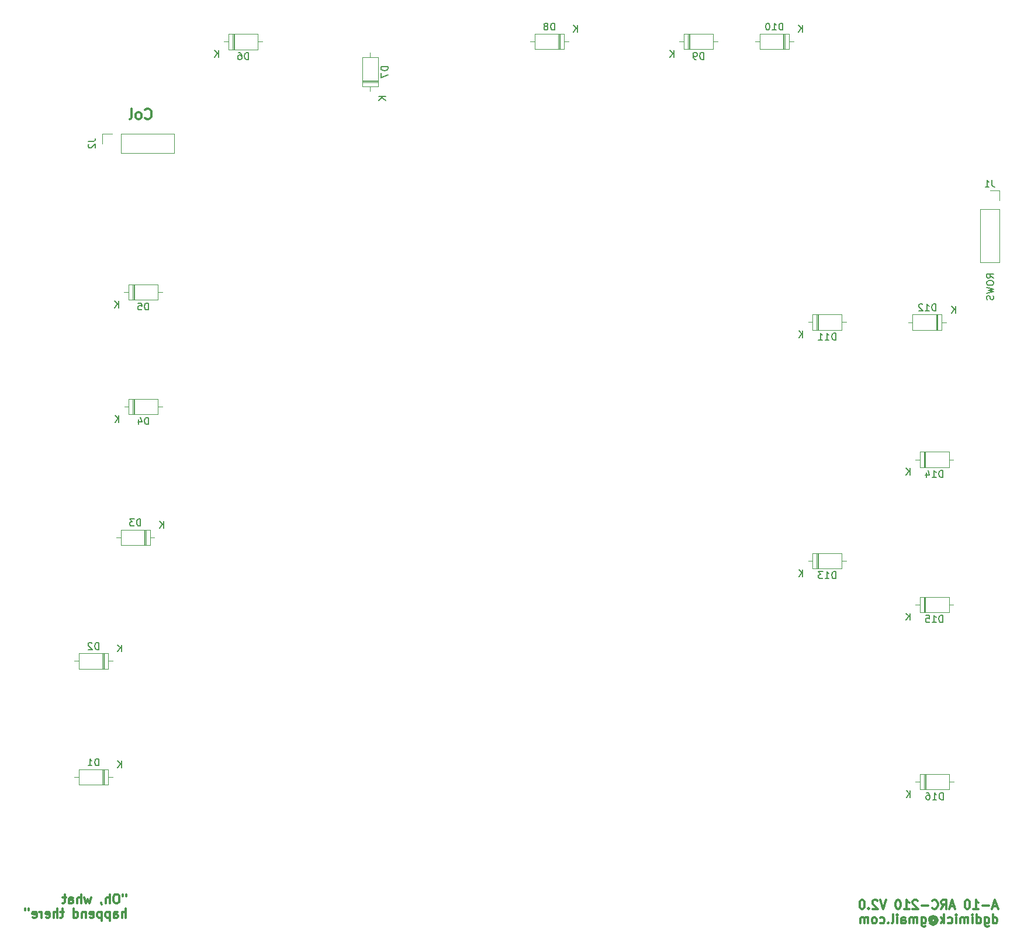
<source format=gbo>
%TF.GenerationSoftware,KiCad,Pcbnew,9.0.4*%
%TF.CreationDate,2025-08-28T03:03:01-06:00*%
%TF.ProjectId,ARC-210-Master-Board_V2.0,4152432d-3231-4302-9d4d-61737465722d,rev?*%
%TF.SameCoordinates,Original*%
%TF.FileFunction,Legend,Bot*%
%TF.FilePolarity,Positive*%
%FSLAX46Y46*%
G04 Gerber Fmt 4.6, Leading zero omitted, Abs format (unit mm)*
G04 Created by KiCad (PCBNEW 9.0.4) date 2025-08-28 03:03:01*
%MOMM*%
%LPD*%
G01*
G04 APERTURE LIST*
%ADD10C,0.150000*%
%ADD11C,0.300000*%
%ADD12C,0.120000*%
G04 APERTURE END LIST*
D10*
X214689819Y-65838207D02*
X214213628Y-65504874D01*
X214689819Y-65266779D02*
X213689819Y-65266779D01*
X213689819Y-65266779D02*
X213689819Y-65647731D01*
X213689819Y-65647731D02*
X213737438Y-65742969D01*
X213737438Y-65742969D02*
X213785057Y-65790588D01*
X213785057Y-65790588D02*
X213880295Y-65838207D01*
X213880295Y-65838207D02*
X214023152Y-65838207D01*
X214023152Y-65838207D02*
X214118390Y-65790588D01*
X214118390Y-65790588D02*
X214166009Y-65742969D01*
X214166009Y-65742969D02*
X214213628Y-65647731D01*
X214213628Y-65647731D02*
X214213628Y-65266779D01*
X213689819Y-66457255D02*
X213689819Y-66647731D01*
X213689819Y-66647731D02*
X213737438Y-66742969D01*
X213737438Y-66742969D02*
X213832676Y-66838207D01*
X213832676Y-66838207D02*
X214023152Y-66885826D01*
X214023152Y-66885826D02*
X214356485Y-66885826D01*
X214356485Y-66885826D02*
X214546961Y-66838207D01*
X214546961Y-66838207D02*
X214642200Y-66742969D01*
X214642200Y-66742969D02*
X214689819Y-66647731D01*
X214689819Y-66647731D02*
X214689819Y-66457255D01*
X214689819Y-66457255D02*
X214642200Y-66362017D01*
X214642200Y-66362017D02*
X214546961Y-66266779D01*
X214546961Y-66266779D02*
X214356485Y-66219160D01*
X214356485Y-66219160D02*
X214023152Y-66219160D01*
X214023152Y-66219160D02*
X213832676Y-66266779D01*
X213832676Y-66266779D02*
X213737438Y-66362017D01*
X213737438Y-66362017D02*
X213689819Y-66457255D01*
X213689819Y-67219160D02*
X214689819Y-67457255D01*
X214689819Y-67457255D02*
X213975533Y-67647731D01*
X213975533Y-67647731D02*
X214689819Y-67838207D01*
X214689819Y-67838207D02*
X213689819Y-68076303D01*
X214642200Y-68409636D02*
X214689819Y-68552493D01*
X214689819Y-68552493D02*
X214689819Y-68790588D01*
X214689819Y-68790588D02*
X214642200Y-68885826D01*
X214642200Y-68885826D02*
X214594580Y-68933445D01*
X214594580Y-68933445D02*
X214499342Y-68981064D01*
X214499342Y-68981064D02*
X214404104Y-68981064D01*
X214404104Y-68981064D02*
X214308866Y-68933445D01*
X214308866Y-68933445D02*
X214261247Y-68885826D01*
X214261247Y-68885826D02*
X214213628Y-68790588D01*
X214213628Y-68790588D02*
X214166009Y-68600112D01*
X214166009Y-68600112D02*
X214118390Y-68504874D01*
X214118390Y-68504874D02*
X214070771Y-68457255D01*
X214070771Y-68457255D02*
X213975533Y-68409636D01*
X213975533Y-68409636D02*
X213880295Y-68409636D01*
X213880295Y-68409636D02*
X213785057Y-68457255D01*
X213785057Y-68457255D02*
X213737438Y-68504874D01*
X213737438Y-68504874D02*
X213689819Y-68600112D01*
X213689819Y-68600112D02*
X213689819Y-68838207D01*
X213689819Y-68838207D02*
X213737438Y-68981064D01*
D11*
X91798346Y-42667971D02*
X91869774Y-42739400D01*
X91869774Y-42739400D02*
X92084060Y-42810828D01*
X92084060Y-42810828D02*
X92226917Y-42810828D01*
X92226917Y-42810828D02*
X92441203Y-42739400D01*
X92441203Y-42739400D02*
X92584060Y-42596542D01*
X92584060Y-42596542D02*
X92655489Y-42453685D01*
X92655489Y-42453685D02*
X92726917Y-42167971D01*
X92726917Y-42167971D02*
X92726917Y-41953685D01*
X92726917Y-41953685D02*
X92655489Y-41667971D01*
X92655489Y-41667971D02*
X92584060Y-41525114D01*
X92584060Y-41525114D02*
X92441203Y-41382257D01*
X92441203Y-41382257D02*
X92226917Y-41310828D01*
X92226917Y-41310828D02*
X92084060Y-41310828D01*
X92084060Y-41310828D02*
X91869774Y-41382257D01*
X91869774Y-41382257D02*
X91798346Y-41453685D01*
X90941203Y-42810828D02*
X91084060Y-42739400D01*
X91084060Y-42739400D02*
X91155489Y-42667971D01*
X91155489Y-42667971D02*
X91226917Y-42525114D01*
X91226917Y-42525114D02*
X91226917Y-42096542D01*
X91226917Y-42096542D02*
X91155489Y-41953685D01*
X91155489Y-41953685D02*
X91084060Y-41882257D01*
X91084060Y-41882257D02*
X90941203Y-41810828D01*
X90941203Y-41810828D02*
X90726917Y-41810828D01*
X90726917Y-41810828D02*
X90584060Y-41882257D01*
X90584060Y-41882257D02*
X90512632Y-41953685D01*
X90512632Y-41953685D02*
X90441203Y-42096542D01*
X90441203Y-42096542D02*
X90441203Y-42525114D01*
X90441203Y-42525114D02*
X90512632Y-42667971D01*
X90512632Y-42667971D02*
X90584060Y-42739400D01*
X90584060Y-42739400D02*
X90726917Y-42810828D01*
X90726917Y-42810828D02*
X90941203Y-42810828D01*
X89584060Y-42810828D02*
X89726917Y-42739400D01*
X89726917Y-42739400D02*
X89798346Y-42596542D01*
X89798346Y-42596542D02*
X89798346Y-41310828D01*
X215215012Y-156890949D02*
X214595965Y-156890949D01*
X215338822Y-157262377D02*
X214905489Y-155962377D01*
X214905489Y-155962377D02*
X214472155Y-157262377D01*
X214038822Y-156767139D02*
X213048346Y-156767139D01*
X211748345Y-157262377D02*
X212491202Y-157262377D01*
X212119774Y-157262377D02*
X212119774Y-155962377D01*
X212119774Y-155962377D02*
X212243583Y-156148092D01*
X212243583Y-156148092D02*
X212367393Y-156271901D01*
X212367393Y-156271901D02*
X212491202Y-156333806D01*
X210943584Y-155962377D02*
X210819774Y-155962377D01*
X210819774Y-155962377D02*
X210695965Y-156024282D01*
X210695965Y-156024282D02*
X210634060Y-156086187D01*
X210634060Y-156086187D02*
X210572155Y-156209996D01*
X210572155Y-156209996D02*
X210510250Y-156457615D01*
X210510250Y-156457615D02*
X210510250Y-156767139D01*
X210510250Y-156767139D02*
X210572155Y-157014758D01*
X210572155Y-157014758D02*
X210634060Y-157138568D01*
X210634060Y-157138568D02*
X210695965Y-157200473D01*
X210695965Y-157200473D02*
X210819774Y-157262377D01*
X210819774Y-157262377D02*
X210943584Y-157262377D01*
X210943584Y-157262377D02*
X211067393Y-157200473D01*
X211067393Y-157200473D02*
X211129298Y-157138568D01*
X211129298Y-157138568D02*
X211191203Y-157014758D01*
X211191203Y-157014758D02*
X211253107Y-156767139D01*
X211253107Y-156767139D02*
X211253107Y-156457615D01*
X211253107Y-156457615D02*
X211191203Y-156209996D01*
X211191203Y-156209996D02*
X211129298Y-156086187D01*
X211129298Y-156086187D02*
X211067393Y-156024282D01*
X211067393Y-156024282D02*
X210943584Y-155962377D01*
X209024536Y-156890949D02*
X208405489Y-156890949D01*
X209148346Y-157262377D02*
X208715013Y-155962377D01*
X208715013Y-155962377D02*
X208281679Y-157262377D01*
X207105489Y-157262377D02*
X207538822Y-156643330D01*
X207848346Y-157262377D02*
X207848346Y-155962377D01*
X207848346Y-155962377D02*
X207353108Y-155962377D01*
X207353108Y-155962377D02*
X207229298Y-156024282D01*
X207229298Y-156024282D02*
X207167393Y-156086187D01*
X207167393Y-156086187D02*
X207105489Y-156209996D01*
X207105489Y-156209996D02*
X207105489Y-156395711D01*
X207105489Y-156395711D02*
X207167393Y-156519520D01*
X207167393Y-156519520D02*
X207229298Y-156581425D01*
X207229298Y-156581425D02*
X207353108Y-156643330D01*
X207353108Y-156643330D02*
X207848346Y-156643330D01*
X205805489Y-157138568D02*
X205867393Y-157200473D01*
X205867393Y-157200473D02*
X206053108Y-157262377D01*
X206053108Y-157262377D02*
X206176917Y-157262377D01*
X206176917Y-157262377D02*
X206362631Y-157200473D01*
X206362631Y-157200473D02*
X206486441Y-157076663D01*
X206486441Y-157076663D02*
X206548346Y-156952853D01*
X206548346Y-156952853D02*
X206610250Y-156705234D01*
X206610250Y-156705234D02*
X206610250Y-156519520D01*
X206610250Y-156519520D02*
X206548346Y-156271901D01*
X206548346Y-156271901D02*
X206486441Y-156148092D01*
X206486441Y-156148092D02*
X206362631Y-156024282D01*
X206362631Y-156024282D02*
X206176917Y-155962377D01*
X206176917Y-155962377D02*
X206053108Y-155962377D01*
X206053108Y-155962377D02*
X205867393Y-156024282D01*
X205867393Y-156024282D02*
X205805489Y-156086187D01*
X205248346Y-156767139D02*
X204257870Y-156767139D01*
X203700726Y-156086187D02*
X203638822Y-156024282D01*
X203638822Y-156024282D02*
X203515012Y-155962377D01*
X203515012Y-155962377D02*
X203205488Y-155962377D01*
X203205488Y-155962377D02*
X203081679Y-156024282D01*
X203081679Y-156024282D02*
X203019774Y-156086187D01*
X203019774Y-156086187D02*
X202957869Y-156209996D01*
X202957869Y-156209996D02*
X202957869Y-156333806D01*
X202957869Y-156333806D02*
X203019774Y-156519520D01*
X203019774Y-156519520D02*
X203762631Y-157262377D01*
X203762631Y-157262377D02*
X202957869Y-157262377D01*
X201719774Y-157262377D02*
X202462631Y-157262377D01*
X202091203Y-157262377D02*
X202091203Y-155962377D01*
X202091203Y-155962377D02*
X202215012Y-156148092D01*
X202215012Y-156148092D02*
X202338822Y-156271901D01*
X202338822Y-156271901D02*
X202462631Y-156333806D01*
X200915013Y-155962377D02*
X200791203Y-155962377D01*
X200791203Y-155962377D02*
X200667394Y-156024282D01*
X200667394Y-156024282D02*
X200605489Y-156086187D01*
X200605489Y-156086187D02*
X200543584Y-156209996D01*
X200543584Y-156209996D02*
X200481679Y-156457615D01*
X200481679Y-156457615D02*
X200481679Y-156767139D01*
X200481679Y-156767139D02*
X200543584Y-157014758D01*
X200543584Y-157014758D02*
X200605489Y-157138568D01*
X200605489Y-157138568D02*
X200667394Y-157200473D01*
X200667394Y-157200473D02*
X200791203Y-157262377D01*
X200791203Y-157262377D02*
X200915013Y-157262377D01*
X200915013Y-157262377D02*
X201038822Y-157200473D01*
X201038822Y-157200473D02*
X201100727Y-157138568D01*
X201100727Y-157138568D02*
X201162632Y-157014758D01*
X201162632Y-157014758D02*
X201224536Y-156767139D01*
X201224536Y-156767139D02*
X201224536Y-156457615D01*
X201224536Y-156457615D02*
X201162632Y-156209996D01*
X201162632Y-156209996D02*
X201100727Y-156086187D01*
X201100727Y-156086187D02*
X201038822Y-156024282D01*
X201038822Y-156024282D02*
X200915013Y-155962377D01*
X199119775Y-155962377D02*
X198686442Y-157262377D01*
X198686442Y-157262377D02*
X198253108Y-155962377D01*
X197881679Y-156086187D02*
X197819775Y-156024282D01*
X197819775Y-156024282D02*
X197695965Y-155962377D01*
X197695965Y-155962377D02*
X197386441Y-155962377D01*
X197386441Y-155962377D02*
X197262632Y-156024282D01*
X197262632Y-156024282D02*
X197200727Y-156086187D01*
X197200727Y-156086187D02*
X197138822Y-156209996D01*
X197138822Y-156209996D02*
X197138822Y-156333806D01*
X197138822Y-156333806D02*
X197200727Y-156519520D01*
X197200727Y-156519520D02*
X197943584Y-157262377D01*
X197943584Y-157262377D02*
X197138822Y-157262377D01*
X196581680Y-157138568D02*
X196519775Y-157200473D01*
X196519775Y-157200473D02*
X196581680Y-157262377D01*
X196581680Y-157262377D02*
X196643584Y-157200473D01*
X196643584Y-157200473D02*
X196581680Y-157138568D01*
X196581680Y-157138568D02*
X196581680Y-157262377D01*
X195715013Y-155962377D02*
X195591203Y-155962377D01*
X195591203Y-155962377D02*
X195467394Y-156024282D01*
X195467394Y-156024282D02*
X195405489Y-156086187D01*
X195405489Y-156086187D02*
X195343584Y-156209996D01*
X195343584Y-156209996D02*
X195281679Y-156457615D01*
X195281679Y-156457615D02*
X195281679Y-156767139D01*
X195281679Y-156767139D02*
X195343584Y-157014758D01*
X195343584Y-157014758D02*
X195405489Y-157138568D01*
X195405489Y-157138568D02*
X195467394Y-157200473D01*
X195467394Y-157200473D02*
X195591203Y-157262377D01*
X195591203Y-157262377D02*
X195715013Y-157262377D01*
X195715013Y-157262377D02*
X195838822Y-157200473D01*
X195838822Y-157200473D02*
X195900727Y-157138568D01*
X195900727Y-157138568D02*
X195962632Y-157014758D01*
X195962632Y-157014758D02*
X196024536Y-156767139D01*
X196024536Y-156767139D02*
X196024536Y-156457615D01*
X196024536Y-156457615D02*
X195962632Y-156209996D01*
X195962632Y-156209996D02*
X195900727Y-156086187D01*
X195900727Y-156086187D02*
X195838822Y-156024282D01*
X195838822Y-156024282D02*
X195715013Y-155962377D01*
X214595965Y-159355304D02*
X214595965Y-158055304D01*
X214595965Y-159293400D02*
X214719774Y-159355304D01*
X214719774Y-159355304D02*
X214967393Y-159355304D01*
X214967393Y-159355304D02*
X215091203Y-159293400D01*
X215091203Y-159293400D02*
X215153108Y-159231495D01*
X215153108Y-159231495D02*
X215215012Y-159107685D01*
X215215012Y-159107685D02*
X215215012Y-158736257D01*
X215215012Y-158736257D02*
X215153108Y-158612447D01*
X215153108Y-158612447D02*
X215091203Y-158550542D01*
X215091203Y-158550542D02*
X214967393Y-158488638D01*
X214967393Y-158488638D02*
X214719774Y-158488638D01*
X214719774Y-158488638D02*
X214595965Y-158550542D01*
X213419775Y-158488638D02*
X213419775Y-159541019D01*
X213419775Y-159541019D02*
X213481680Y-159664828D01*
X213481680Y-159664828D02*
X213543584Y-159726733D01*
X213543584Y-159726733D02*
X213667394Y-159788638D01*
X213667394Y-159788638D02*
X213853108Y-159788638D01*
X213853108Y-159788638D02*
X213976918Y-159726733D01*
X213419775Y-159293400D02*
X213543584Y-159355304D01*
X213543584Y-159355304D02*
X213791203Y-159355304D01*
X213791203Y-159355304D02*
X213915013Y-159293400D01*
X213915013Y-159293400D02*
X213976918Y-159231495D01*
X213976918Y-159231495D02*
X214038822Y-159107685D01*
X214038822Y-159107685D02*
X214038822Y-158736257D01*
X214038822Y-158736257D02*
X213976918Y-158612447D01*
X213976918Y-158612447D02*
X213915013Y-158550542D01*
X213915013Y-158550542D02*
X213791203Y-158488638D01*
X213791203Y-158488638D02*
X213543584Y-158488638D01*
X213543584Y-158488638D02*
X213419775Y-158550542D01*
X212243585Y-159355304D02*
X212243585Y-158055304D01*
X212243585Y-159293400D02*
X212367394Y-159355304D01*
X212367394Y-159355304D02*
X212615013Y-159355304D01*
X212615013Y-159355304D02*
X212738823Y-159293400D01*
X212738823Y-159293400D02*
X212800728Y-159231495D01*
X212800728Y-159231495D02*
X212862632Y-159107685D01*
X212862632Y-159107685D02*
X212862632Y-158736257D01*
X212862632Y-158736257D02*
X212800728Y-158612447D01*
X212800728Y-158612447D02*
X212738823Y-158550542D01*
X212738823Y-158550542D02*
X212615013Y-158488638D01*
X212615013Y-158488638D02*
X212367394Y-158488638D01*
X212367394Y-158488638D02*
X212243585Y-158550542D01*
X211624538Y-159355304D02*
X211624538Y-158488638D01*
X211624538Y-158055304D02*
X211686442Y-158117209D01*
X211686442Y-158117209D02*
X211624538Y-158179114D01*
X211624538Y-158179114D02*
X211562633Y-158117209D01*
X211562633Y-158117209D02*
X211624538Y-158055304D01*
X211624538Y-158055304D02*
X211624538Y-158179114D01*
X211005490Y-159355304D02*
X211005490Y-158488638D01*
X211005490Y-158612447D02*
X210943585Y-158550542D01*
X210943585Y-158550542D02*
X210819775Y-158488638D01*
X210819775Y-158488638D02*
X210634061Y-158488638D01*
X210634061Y-158488638D02*
X210510252Y-158550542D01*
X210510252Y-158550542D02*
X210448347Y-158674352D01*
X210448347Y-158674352D02*
X210448347Y-159355304D01*
X210448347Y-158674352D02*
X210386442Y-158550542D01*
X210386442Y-158550542D02*
X210262633Y-158488638D01*
X210262633Y-158488638D02*
X210076918Y-158488638D01*
X210076918Y-158488638D02*
X209953109Y-158550542D01*
X209953109Y-158550542D02*
X209891204Y-158674352D01*
X209891204Y-158674352D02*
X209891204Y-159355304D01*
X209272157Y-159355304D02*
X209272157Y-158488638D01*
X209272157Y-158055304D02*
X209334061Y-158117209D01*
X209334061Y-158117209D02*
X209272157Y-158179114D01*
X209272157Y-158179114D02*
X209210252Y-158117209D01*
X209210252Y-158117209D02*
X209272157Y-158055304D01*
X209272157Y-158055304D02*
X209272157Y-158179114D01*
X208095966Y-159293400D02*
X208219775Y-159355304D01*
X208219775Y-159355304D02*
X208467394Y-159355304D01*
X208467394Y-159355304D02*
X208591204Y-159293400D01*
X208591204Y-159293400D02*
X208653109Y-159231495D01*
X208653109Y-159231495D02*
X208715013Y-159107685D01*
X208715013Y-159107685D02*
X208715013Y-158736257D01*
X208715013Y-158736257D02*
X208653109Y-158612447D01*
X208653109Y-158612447D02*
X208591204Y-158550542D01*
X208591204Y-158550542D02*
X208467394Y-158488638D01*
X208467394Y-158488638D02*
X208219775Y-158488638D01*
X208219775Y-158488638D02*
X208095966Y-158550542D01*
X207538823Y-159355304D02*
X207538823Y-158055304D01*
X207415013Y-158860066D02*
X207043585Y-159355304D01*
X207043585Y-158488638D02*
X207538823Y-158983876D01*
X205681680Y-158736257D02*
X205743585Y-158674352D01*
X205743585Y-158674352D02*
X205867394Y-158612447D01*
X205867394Y-158612447D02*
X205991204Y-158612447D01*
X205991204Y-158612447D02*
X206115013Y-158674352D01*
X206115013Y-158674352D02*
X206176918Y-158736257D01*
X206176918Y-158736257D02*
X206238823Y-158860066D01*
X206238823Y-158860066D02*
X206238823Y-158983876D01*
X206238823Y-158983876D02*
X206176918Y-159107685D01*
X206176918Y-159107685D02*
X206115013Y-159169590D01*
X206115013Y-159169590D02*
X205991204Y-159231495D01*
X205991204Y-159231495D02*
X205867394Y-159231495D01*
X205867394Y-159231495D02*
X205743585Y-159169590D01*
X205743585Y-159169590D02*
X205681680Y-159107685D01*
X205681680Y-158612447D02*
X205681680Y-159107685D01*
X205681680Y-159107685D02*
X205619775Y-159169590D01*
X205619775Y-159169590D02*
X205557870Y-159169590D01*
X205557870Y-159169590D02*
X205434061Y-159107685D01*
X205434061Y-159107685D02*
X205372156Y-158983876D01*
X205372156Y-158983876D02*
X205372156Y-158674352D01*
X205372156Y-158674352D02*
X205495966Y-158488638D01*
X205495966Y-158488638D02*
X205681680Y-158364828D01*
X205681680Y-158364828D02*
X205929299Y-158302923D01*
X205929299Y-158302923D02*
X206176918Y-158364828D01*
X206176918Y-158364828D02*
X206362632Y-158488638D01*
X206362632Y-158488638D02*
X206486442Y-158674352D01*
X206486442Y-158674352D02*
X206548346Y-158921971D01*
X206548346Y-158921971D02*
X206486442Y-159169590D01*
X206486442Y-159169590D02*
X206362632Y-159355304D01*
X206362632Y-159355304D02*
X206176918Y-159479114D01*
X206176918Y-159479114D02*
X205929299Y-159541019D01*
X205929299Y-159541019D02*
X205681680Y-159479114D01*
X205681680Y-159479114D02*
X205495966Y-159355304D01*
X204257870Y-158488638D02*
X204257870Y-159541019D01*
X204257870Y-159541019D02*
X204319775Y-159664828D01*
X204319775Y-159664828D02*
X204381679Y-159726733D01*
X204381679Y-159726733D02*
X204505489Y-159788638D01*
X204505489Y-159788638D02*
X204691203Y-159788638D01*
X204691203Y-159788638D02*
X204815013Y-159726733D01*
X204257870Y-159293400D02*
X204381679Y-159355304D01*
X204381679Y-159355304D02*
X204629298Y-159355304D01*
X204629298Y-159355304D02*
X204753108Y-159293400D01*
X204753108Y-159293400D02*
X204815013Y-159231495D01*
X204815013Y-159231495D02*
X204876917Y-159107685D01*
X204876917Y-159107685D02*
X204876917Y-158736257D01*
X204876917Y-158736257D02*
X204815013Y-158612447D01*
X204815013Y-158612447D02*
X204753108Y-158550542D01*
X204753108Y-158550542D02*
X204629298Y-158488638D01*
X204629298Y-158488638D02*
X204381679Y-158488638D01*
X204381679Y-158488638D02*
X204257870Y-158550542D01*
X203638823Y-159355304D02*
X203638823Y-158488638D01*
X203638823Y-158612447D02*
X203576918Y-158550542D01*
X203576918Y-158550542D02*
X203453108Y-158488638D01*
X203453108Y-158488638D02*
X203267394Y-158488638D01*
X203267394Y-158488638D02*
X203143585Y-158550542D01*
X203143585Y-158550542D02*
X203081680Y-158674352D01*
X203081680Y-158674352D02*
X203081680Y-159355304D01*
X203081680Y-158674352D02*
X203019775Y-158550542D01*
X203019775Y-158550542D02*
X202895966Y-158488638D01*
X202895966Y-158488638D02*
X202710251Y-158488638D01*
X202710251Y-158488638D02*
X202586442Y-158550542D01*
X202586442Y-158550542D02*
X202524537Y-158674352D01*
X202524537Y-158674352D02*
X202524537Y-159355304D01*
X201348347Y-159355304D02*
X201348347Y-158674352D01*
X201348347Y-158674352D02*
X201410252Y-158550542D01*
X201410252Y-158550542D02*
X201534061Y-158488638D01*
X201534061Y-158488638D02*
X201781680Y-158488638D01*
X201781680Y-158488638D02*
X201905490Y-158550542D01*
X201348347Y-159293400D02*
X201472156Y-159355304D01*
X201472156Y-159355304D02*
X201781680Y-159355304D01*
X201781680Y-159355304D02*
X201905490Y-159293400D01*
X201905490Y-159293400D02*
X201967394Y-159169590D01*
X201967394Y-159169590D02*
X201967394Y-159045780D01*
X201967394Y-159045780D02*
X201905490Y-158921971D01*
X201905490Y-158921971D02*
X201781680Y-158860066D01*
X201781680Y-158860066D02*
X201472156Y-158860066D01*
X201472156Y-158860066D02*
X201348347Y-158798161D01*
X200729300Y-159355304D02*
X200729300Y-158488638D01*
X200729300Y-158055304D02*
X200791204Y-158117209D01*
X200791204Y-158117209D02*
X200729300Y-158179114D01*
X200729300Y-158179114D02*
X200667395Y-158117209D01*
X200667395Y-158117209D02*
X200729300Y-158055304D01*
X200729300Y-158055304D02*
X200729300Y-158179114D01*
X199924537Y-159355304D02*
X200048347Y-159293400D01*
X200048347Y-159293400D02*
X200110252Y-159169590D01*
X200110252Y-159169590D02*
X200110252Y-158055304D01*
X199429300Y-159231495D02*
X199367395Y-159293400D01*
X199367395Y-159293400D02*
X199429300Y-159355304D01*
X199429300Y-159355304D02*
X199491204Y-159293400D01*
X199491204Y-159293400D02*
X199429300Y-159231495D01*
X199429300Y-159231495D02*
X199429300Y-159355304D01*
X198253109Y-159293400D02*
X198376918Y-159355304D01*
X198376918Y-159355304D02*
X198624537Y-159355304D01*
X198624537Y-159355304D02*
X198748347Y-159293400D01*
X198748347Y-159293400D02*
X198810252Y-159231495D01*
X198810252Y-159231495D02*
X198872156Y-159107685D01*
X198872156Y-159107685D02*
X198872156Y-158736257D01*
X198872156Y-158736257D02*
X198810252Y-158612447D01*
X198810252Y-158612447D02*
X198748347Y-158550542D01*
X198748347Y-158550542D02*
X198624537Y-158488638D01*
X198624537Y-158488638D02*
X198376918Y-158488638D01*
X198376918Y-158488638D02*
X198253109Y-158550542D01*
X197510251Y-159355304D02*
X197634061Y-159293400D01*
X197634061Y-159293400D02*
X197695966Y-159231495D01*
X197695966Y-159231495D02*
X197757870Y-159107685D01*
X197757870Y-159107685D02*
X197757870Y-158736257D01*
X197757870Y-158736257D02*
X197695966Y-158612447D01*
X197695966Y-158612447D02*
X197634061Y-158550542D01*
X197634061Y-158550542D02*
X197510251Y-158488638D01*
X197510251Y-158488638D02*
X197324537Y-158488638D01*
X197324537Y-158488638D02*
X197200728Y-158550542D01*
X197200728Y-158550542D02*
X197138823Y-158612447D01*
X197138823Y-158612447D02*
X197076918Y-158736257D01*
X197076918Y-158736257D02*
X197076918Y-159107685D01*
X197076918Y-159107685D02*
X197138823Y-159231495D01*
X197138823Y-159231495D02*
X197200728Y-159293400D01*
X197200728Y-159293400D02*
X197324537Y-159355304D01*
X197324537Y-159355304D02*
X197510251Y-159355304D01*
X196519776Y-159355304D02*
X196519776Y-158488638D01*
X196519776Y-158612447D02*
X196457871Y-158550542D01*
X196457871Y-158550542D02*
X196334061Y-158488638D01*
X196334061Y-158488638D02*
X196148347Y-158488638D01*
X196148347Y-158488638D02*
X196024538Y-158550542D01*
X196024538Y-158550542D02*
X195962633Y-158674352D01*
X195962633Y-158674352D02*
X195962633Y-159355304D01*
X195962633Y-158674352D02*
X195900728Y-158550542D01*
X195900728Y-158550542D02*
X195776919Y-158488638D01*
X195776919Y-158488638D02*
X195591204Y-158488638D01*
X195591204Y-158488638D02*
X195467395Y-158550542D01*
X195467395Y-158550542D02*
X195405490Y-158674352D01*
X195405490Y-158674352D02*
X195405490Y-159355304D01*
X89055012Y-155152377D02*
X89055012Y-155399996D01*
X88559774Y-155152377D02*
X88559774Y-155399996D01*
X87755013Y-155152377D02*
X87507394Y-155152377D01*
X87507394Y-155152377D02*
X87383584Y-155214282D01*
X87383584Y-155214282D02*
X87259775Y-155338092D01*
X87259775Y-155338092D02*
X87197870Y-155585711D01*
X87197870Y-155585711D02*
X87197870Y-156019044D01*
X87197870Y-156019044D02*
X87259775Y-156266663D01*
X87259775Y-156266663D02*
X87383584Y-156390473D01*
X87383584Y-156390473D02*
X87507394Y-156452377D01*
X87507394Y-156452377D02*
X87755013Y-156452377D01*
X87755013Y-156452377D02*
X87878822Y-156390473D01*
X87878822Y-156390473D02*
X88002632Y-156266663D01*
X88002632Y-156266663D02*
X88064536Y-156019044D01*
X88064536Y-156019044D02*
X88064536Y-155585711D01*
X88064536Y-155585711D02*
X88002632Y-155338092D01*
X88002632Y-155338092D02*
X87878822Y-155214282D01*
X87878822Y-155214282D02*
X87755013Y-155152377D01*
X86640727Y-156452377D02*
X86640727Y-155152377D01*
X86083584Y-156452377D02*
X86083584Y-155771425D01*
X86083584Y-155771425D02*
X86145489Y-155647615D01*
X86145489Y-155647615D02*
X86269298Y-155585711D01*
X86269298Y-155585711D02*
X86455012Y-155585711D01*
X86455012Y-155585711D02*
X86578822Y-155647615D01*
X86578822Y-155647615D02*
X86640727Y-155709520D01*
X85402632Y-156390473D02*
X85402632Y-156452377D01*
X85402632Y-156452377D02*
X85464537Y-156576187D01*
X85464537Y-156576187D02*
X85526441Y-156638092D01*
X83978822Y-155585711D02*
X83731203Y-156452377D01*
X83731203Y-156452377D02*
X83483584Y-155833330D01*
X83483584Y-155833330D02*
X83235965Y-156452377D01*
X83235965Y-156452377D02*
X82988346Y-155585711D01*
X82493108Y-156452377D02*
X82493108Y-155152377D01*
X81935965Y-156452377D02*
X81935965Y-155771425D01*
X81935965Y-155771425D02*
X81997870Y-155647615D01*
X81997870Y-155647615D02*
X82121679Y-155585711D01*
X82121679Y-155585711D02*
X82307393Y-155585711D01*
X82307393Y-155585711D02*
X82431203Y-155647615D01*
X82431203Y-155647615D02*
X82493108Y-155709520D01*
X80759775Y-156452377D02*
X80759775Y-155771425D01*
X80759775Y-155771425D02*
X80821680Y-155647615D01*
X80821680Y-155647615D02*
X80945489Y-155585711D01*
X80945489Y-155585711D02*
X81193108Y-155585711D01*
X81193108Y-155585711D02*
X81316918Y-155647615D01*
X80759775Y-156390473D02*
X80883584Y-156452377D01*
X80883584Y-156452377D02*
X81193108Y-156452377D01*
X81193108Y-156452377D02*
X81316918Y-156390473D01*
X81316918Y-156390473D02*
X81378822Y-156266663D01*
X81378822Y-156266663D02*
X81378822Y-156142853D01*
X81378822Y-156142853D02*
X81316918Y-156019044D01*
X81316918Y-156019044D02*
X81193108Y-155957139D01*
X81193108Y-155957139D02*
X80883584Y-155957139D01*
X80883584Y-155957139D02*
X80759775Y-155895234D01*
X80326442Y-155585711D02*
X79831204Y-155585711D01*
X80140728Y-155152377D02*
X80140728Y-156266663D01*
X80140728Y-156266663D02*
X80078823Y-156390473D01*
X80078823Y-156390473D02*
X79955013Y-156452377D01*
X79955013Y-156452377D02*
X79831204Y-156452377D01*
X88993108Y-158545304D02*
X88993108Y-157245304D01*
X88435965Y-158545304D02*
X88435965Y-157864352D01*
X88435965Y-157864352D02*
X88497870Y-157740542D01*
X88497870Y-157740542D02*
X88621679Y-157678638D01*
X88621679Y-157678638D02*
X88807393Y-157678638D01*
X88807393Y-157678638D02*
X88931203Y-157740542D01*
X88931203Y-157740542D02*
X88993108Y-157802447D01*
X87259775Y-158545304D02*
X87259775Y-157864352D01*
X87259775Y-157864352D02*
X87321680Y-157740542D01*
X87321680Y-157740542D02*
X87445489Y-157678638D01*
X87445489Y-157678638D02*
X87693108Y-157678638D01*
X87693108Y-157678638D02*
X87816918Y-157740542D01*
X87259775Y-158483400D02*
X87383584Y-158545304D01*
X87383584Y-158545304D02*
X87693108Y-158545304D01*
X87693108Y-158545304D02*
X87816918Y-158483400D01*
X87816918Y-158483400D02*
X87878822Y-158359590D01*
X87878822Y-158359590D02*
X87878822Y-158235780D01*
X87878822Y-158235780D02*
X87816918Y-158111971D01*
X87816918Y-158111971D02*
X87693108Y-158050066D01*
X87693108Y-158050066D02*
X87383584Y-158050066D01*
X87383584Y-158050066D02*
X87259775Y-157988161D01*
X86640728Y-157678638D02*
X86640728Y-158978638D01*
X86640728Y-157740542D02*
X86516918Y-157678638D01*
X86516918Y-157678638D02*
X86269299Y-157678638D01*
X86269299Y-157678638D02*
X86145490Y-157740542D01*
X86145490Y-157740542D02*
X86083585Y-157802447D01*
X86083585Y-157802447D02*
X86021680Y-157926257D01*
X86021680Y-157926257D02*
X86021680Y-158297685D01*
X86021680Y-158297685D02*
X86083585Y-158421495D01*
X86083585Y-158421495D02*
X86145490Y-158483400D01*
X86145490Y-158483400D02*
X86269299Y-158545304D01*
X86269299Y-158545304D02*
X86516918Y-158545304D01*
X86516918Y-158545304D02*
X86640728Y-158483400D01*
X85464538Y-157678638D02*
X85464538Y-158978638D01*
X85464538Y-157740542D02*
X85340728Y-157678638D01*
X85340728Y-157678638D02*
X85093109Y-157678638D01*
X85093109Y-157678638D02*
X84969300Y-157740542D01*
X84969300Y-157740542D02*
X84907395Y-157802447D01*
X84907395Y-157802447D02*
X84845490Y-157926257D01*
X84845490Y-157926257D02*
X84845490Y-158297685D01*
X84845490Y-158297685D02*
X84907395Y-158421495D01*
X84907395Y-158421495D02*
X84969300Y-158483400D01*
X84969300Y-158483400D02*
X85093109Y-158545304D01*
X85093109Y-158545304D02*
X85340728Y-158545304D01*
X85340728Y-158545304D02*
X85464538Y-158483400D01*
X83793110Y-158483400D02*
X83916919Y-158545304D01*
X83916919Y-158545304D02*
X84164538Y-158545304D01*
X84164538Y-158545304D02*
X84288348Y-158483400D01*
X84288348Y-158483400D02*
X84350252Y-158359590D01*
X84350252Y-158359590D02*
X84350252Y-157864352D01*
X84350252Y-157864352D02*
X84288348Y-157740542D01*
X84288348Y-157740542D02*
X84164538Y-157678638D01*
X84164538Y-157678638D02*
X83916919Y-157678638D01*
X83916919Y-157678638D02*
X83793110Y-157740542D01*
X83793110Y-157740542D02*
X83731205Y-157864352D01*
X83731205Y-157864352D02*
X83731205Y-157988161D01*
X83731205Y-157988161D02*
X84350252Y-158111971D01*
X83174062Y-157678638D02*
X83174062Y-158545304D01*
X83174062Y-157802447D02*
X83112157Y-157740542D01*
X83112157Y-157740542D02*
X82988347Y-157678638D01*
X82988347Y-157678638D02*
X82802633Y-157678638D01*
X82802633Y-157678638D02*
X82678824Y-157740542D01*
X82678824Y-157740542D02*
X82616919Y-157864352D01*
X82616919Y-157864352D02*
X82616919Y-158545304D01*
X81440729Y-158545304D02*
X81440729Y-157245304D01*
X81440729Y-158483400D02*
X81564538Y-158545304D01*
X81564538Y-158545304D02*
X81812157Y-158545304D01*
X81812157Y-158545304D02*
X81935967Y-158483400D01*
X81935967Y-158483400D02*
X81997872Y-158421495D01*
X81997872Y-158421495D02*
X82059776Y-158297685D01*
X82059776Y-158297685D02*
X82059776Y-157926257D01*
X82059776Y-157926257D02*
X81997872Y-157802447D01*
X81997872Y-157802447D02*
X81935967Y-157740542D01*
X81935967Y-157740542D02*
X81812157Y-157678638D01*
X81812157Y-157678638D02*
X81564538Y-157678638D01*
X81564538Y-157678638D02*
X81440729Y-157740542D01*
X80016920Y-157678638D02*
X79521682Y-157678638D01*
X79831206Y-157245304D02*
X79831206Y-158359590D01*
X79831206Y-158359590D02*
X79769301Y-158483400D01*
X79769301Y-158483400D02*
X79645491Y-158545304D01*
X79645491Y-158545304D02*
X79521682Y-158545304D01*
X79088349Y-158545304D02*
X79088349Y-157245304D01*
X78531206Y-158545304D02*
X78531206Y-157864352D01*
X78531206Y-157864352D02*
X78593111Y-157740542D01*
X78593111Y-157740542D02*
X78716920Y-157678638D01*
X78716920Y-157678638D02*
X78902634Y-157678638D01*
X78902634Y-157678638D02*
X79026444Y-157740542D01*
X79026444Y-157740542D02*
X79088349Y-157802447D01*
X77416921Y-158483400D02*
X77540730Y-158545304D01*
X77540730Y-158545304D02*
X77788349Y-158545304D01*
X77788349Y-158545304D02*
X77912159Y-158483400D01*
X77912159Y-158483400D02*
X77974063Y-158359590D01*
X77974063Y-158359590D02*
X77974063Y-157864352D01*
X77974063Y-157864352D02*
X77912159Y-157740542D01*
X77912159Y-157740542D02*
X77788349Y-157678638D01*
X77788349Y-157678638D02*
X77540730Y-157678638D01*
X77540730Y-157678638D02*
X77416921Y-157740542D01*
X77416921Y-157740542D02*
X77355016Y-157864352D01*
X77355016Y-157864352D02*
X77355016Y-157988161D01*
X77355016Y-157988161D02*
X77974063Y-158111971D01*
X76797873Y-158545304D02*
X76797873Y-157678638D01*
X76797873Y-157926257D02*
X76735968Y-157802447D01*
X76735968Y-157802447D02*
X76674063Y-157740542D01*
X76674063Y-157740542D02*
X76550254Y-157678638D01*
X76550254Y-157678638D02*
X76426444Y-157678638D01*
X75497873Y-158483400D02*
X75621682Y-158545304D01*
X75621682Y-158545304D02*
X75869301Y-158545304D01*
X75869301Y-158545304D02*
X75993111Y-158483400D01*
X75993111Y-158483400D02*
X76055015Y-158359590D01*
X76055015Y-158359590D02*
X76055015Y-157864352D01*
X76055015Y-157864352D02*
X75993111Y-157740542D01*
X75993111Y-157740542D02*
X75869301Y-157678638D01*
X75869301Y-157678638D02*
X75621682Y-157678638D01*
X75621682Y-157678638D02*
X75497873Y-157740542D01*
X75497873Y-157740542D02*
X75435968Y-157864352D01*
X75435968Y-157864352D02*
X75435968Y-157988161D01*
X75435968Y-157988161D02*
X76055015Y-158111971D01*
X74940729Y-157245304D02*
X74940729Y-157492923D01*
X74445491Y-157245304D02*
X74445491Y-157492923D01*
D10*
X191814285Y-74814819D02*
X191814285Y-73814819D01*
X191814285Y-73814819D02*
X191576190Y-73814819D01*
X191576190Y-73814819D02*
X191433333Y-73862438D01*
X191433333Y-73862438D02*
X191338095Y-73957676D01*
X191338095Y-73957676D02*
X191290476Y-74052914D01*
X191290476Y-74052914D02*
X191242857Y-74243390D01*
X191242857Y-74243390D02*
X191242857Y-74386247D01*
X191242857Y-74386247D02*
X191290476Y-74576723D01*
X191290476Y-74576723D02*
X191338095Y-74671961D01*
X191338095Y-74671961D02*
X191433333Y-74767200D01*
X191433333Y-74767200D02*
X191576190Y-74814819D01*
X191576190Y-74814819D02*
X191814285Y-74814819D01*
X190290476Y-74814819D02*
X190861904Y-74814819D01*
X190576190Y-74814819D02*
X190576190Y-73814819D01*
X190576190Y-73814819D02*
X190671428Y-73957676D01*
X190671428Y-73957676D02*
X190766666Y-74052914D01*
X190766666Y-74052914D02*
X190861904Y-74100533D01*
X189338095Y-74814819D02*
X189909523Y-74814819D01*
X189623809Y-74814819D02*
X189623809Y-73814819D01*
X189623809Y-73814819D02*
X189719047Y-73957676D01*
X189719047Y-73957676D02*
X189814285Y-74052914D01*
X189814285Y-74052914D02*
X189909523Y-74100533D01*
X187051904Y-74494819D02*
X187051904Y-73494819D01*
X186480476Y-74494819D02*
X186909047Y-73923390D01*
X186480476Y-73494819D02*
X187051904Y-74066247D01*
X207374285Y-141424819D02*
X207374285Y-140424819D01*
X207374285Y-140424819D02*
X207136190Y-140424819D01*
X207136190Y-140424819D02*
X206993333Y-140472438D01*
X206993333Y-140472438D02*
X206898095Y-140567676D01*
X206898095Y-140567676D02*
X206850476Y-140662914D01*
X206850476Y-140662914D02*
X206802857Y-140853390D01*
X206802857Y-140853390D02*
X206802857Y-140996247D01*
X206802857Y-140996247D02*
X206850476Y-141186723D01*
X206850476Y-141186723D02*
X206898095Y-141281961D01*
X206898095Y-141281961D02*
X206993333Y-141377200D01*
X206993333Y-141377200D02*
X207136190Y-141424819D01*
X207136190Y-141424819D02*
X207374285Y-141424819D01*
X205850476Y-141424819D02*
X206421904Y-141424819D01*
X206136190Y-141424819D02*
X206136190Y-140424819D01*
X206136190Y-140424819D02*
X206231428Y-140567676D01*
X206231428Y-140567676D02*
X206326666Y-140662914D01*
X206326666Y-140662914D02*
X206421904Y-140710533D01*
X204993333Y-140424819D02*
X205183809Y-140424819D01*
X205183809Y-140424819D02*
X205279047Y-140472438D01*
X205279047Y-140472438D02*
X205326666Y-140520057D01*
X205326666Y-140520057D02*
X205421904Y-140662914D01*
X205421904Y-140662914D02*
X205469523Y-140853390D01*
X205469523Y-140853390D02*
X205469523Y-141234342D01*
X205469523Y-141234342D02*
X205421904Y-141329580D01*
X205421904Y-141329580D02*
X205374285Y-141377200D01*
X205374285Y-141377200D02*
X205279047Y-141424819D01*
X205279047Y-141424819D02*
X205088571Y-141424819D01*
X205088571Y-141424819D02*
X204993333Y-141377200D01*
X204993333Y-141377200D02*
X204945714Y-141329580D01*
X204945714Y-141329580D02*
X204898095Y-141234342D01*
X204898095Y-141234342D02*
X204898095Y-140996247D01*
X204898095Y-140996247D02*
X204945714Y-140901009D01*
X204945714Y-140901009D02*
X204993333Y-140853390D01*
X204993333Y-140853390D02*
X205088571Y-140805771D01*
X205088571Y-140805771D02*
X205279047Y-140805771D01*
X205279047Y-140805771D02*
X205374285Y-140853390D01*
X205374285Y-140853390D02*
X205421904Y-140901009D01*
X205421904Y-140901009D02*
X205469523Y-140996247D01*
X202611904Y-141104819D02*
X202611904Y-140104819D01*
X202040476Y-141104819D02*
X202469047Y-140533390D01*
X202040476Y-140104819D02*
X202611904Y-140676247D01*
X172688094Y-34144819D02*
X172688094Y-33144819D01*
X172688094Y-33144819D02*
X172449999Y-33144819D01*
X172449999Y-33144819D02*
X172307142Y-33192438D01*
X172307142Y-33192438D02*
X172211904Y-33287676D01*
X172211904Y-33287676D02*
X172164285Y-33382914D01*
X172164285Y-33382914D02*
X172116666Y-33573390D01*
X172116666Y-33573390D02*
X172116666Y-33716247D01*
X172116666Y-33716247D02*
X172164285Y-33906723D01*
X172164285Y-33906723D02*
X172211904Y-34001961D01*
X172211904Y-34001961D02*
X172307142Y-34097200D01*
X172307142Y-34097200D02*
X172449999Y-34144819D01*
X172449999Y-34144819D02*
X172688094Y-34144819D01*
X171640475Y-34144819D02*
X171449999Y-34144819D01*
X171449999Y-34144819D02*
X171354761Y-34097200D01*
X171354761Y-34097200D02*
X171307142Y-34049580D01*
X171307142Y-34049580D02*
X171211904Y-33906723D01*
X171211904Y-33906723D02*
X171164285Y-33716247D01*
X171164285Y-33716247D02*
X171164285Y-33335295D01*
X171164285Y-33335295D02*
X171211904Y-33240057D01*
X171211904Y-33240057D02*
X171259523Y-33192438D01*
X171259523Y-33192438D02*
X171354761Y-33144819D01*
X171354761Y-33144819D02*
X171545237Y-33144819D01*
X171545237Y-33144819D02*
X171640475Y-33192438D01*
X171640475Y-33192438D02*
X171688094Y-33240057D01*
X171688094Y-33240057D02*
X171735713Y-33335295D01*
X171735713Y-33335295D02*
X171735713Y-33573390D01*
X171735713Y-33573390D02*
X171688094Y-33668628D01*
X171688094Y-33668628D02*
X171640475Y-33716247D01*
X171640475Y-33716247D02*
X171545237Y-33763866D01*
X171545237Y-33763866D02*
X171354761Y-33763866D01*
X171354761Y-33763866D02*
X171259523Y-33716247D01*
X171259523Y-33716247D02*
X171211904Y-33668628D01*
X171211904Y-33668628D02*
X171164285Y-33573390D01*
X168401904Y-33824819D02*
X168401904Y-32824819D01*
X167830476Y-33824819D02*
X168259047Y-33253390D01*
X167830476Y-32824819D02*
X168401904Y-33396247D01*
X83574819Y-46006666D02*
X84289104Y-46006666D01*
X84289104Y-46006666D02*
X84431961Y-45959047D01*
X84431961Y-45959047D02*
X84527200Y-45863809D01*
X84527200Y-45863809D02*
X84574819Y-45720952D01*
X84574819Y-45720952D02*
X84574819Y-45625714D01*
X83670057Y-46435238D02*
X83622438Y-46482857D01*
X83622438Y-46482857D02*
X83574819Y-46578095D01*
X83574819Y-46578095D02*
X83574819Y-46816190D01*
X83574819Y-46816190D02*
X83622438Y-46911428D01*
X83622438Y-46911428D02*
X83670057Y-46959047D01*
X83670057Y-46959047D02*
X83765295Y-47006666D01*
X83765295Y-47006666D02*
X83860533Y-47006666D01*
X83860533Y-47006666D02*
X84003390Y-46959047D01*
X84003390Y-46959047D02*
X84574819Y-46387619D01*
X84574819Y-46387619D02*
X84574819Y-47006666D01*
X207324285Y-115734819D02*
X207324285Y-114734819D01*
X207324285Y-114734819D02*
X207086190Y-114734819D01*
X207086190Y-114734819D02*
X206943333Y-114782438D01*
X206943333Y-114782438D02*
X206848095Y-114877676D01*
X206848095Y-114877676D02*
X206800476Y-114972914D01*
X206800476Y-114972914D02*
X206752857Y-115163390D01*
X206752857Y-115163390D02*
X206752857Y-115306247D01*
X206752857Y-115306247D02*
X206800476Y-115496723D01*
X206800476Y-115496723D02*
X206848095Y-115591961D01*
X206848095Y-115591961D02*
X206943333Y-115687200D01*
X206943333Y-115687200D02*
X207086190Y-115734819D01*
X207086190Y-115734819D02*
X207324285Y-115734819D01*
X205800476Y-115734819D02*
X206371904Y-115734819D01*
X206086190Y-115734819D02*
X206086190Y-114734819D01*
X206086190Y-114734819D02*
X206181428Y-114877676D01*
X206181428Y-114877676D02*
X206276666Y-114972914D01*
X206276666Y-114972914D02*
X206371904Y-115020533D01*
X204895714Y-114734819D02*
X205371904Y-114734819D01*
X205371904Y-114734819D02*
X205419523Y-115211009D01*
X205419523Y-115211009D02*
X205371904Y-115163390D01*
X205371904Y-115163390D02*
X205276666Y-115115771D01*
X205276666Y-115115771D02*
X205038571Y-115115771D01*
X205038571Y-115115771D02*
X204943333Y-115163390D01*
X204943333Y-115163390D02*
X204895714Y-115211009D01*
X204895714Y-115211009D02*
X204848095Y-115306247D01*
X204848095Y-115306247D02*
X204848095Y-115544342D01*
X204848095Y-115544342D02*
X204895714Y-115639580D01*
X204895714Y-115639580D02*
X204943333Y-115687200D01*
X204943333Y-115687200D02*
X205038571Y-115734819D01*
X205038571Y-115734819D02*
X205276666Y-115734819D01*
X205276666Y-115734819D02*
X205371904Y-115687200D01*
X205371904Y-115687200D02*
X205419523Y-115639580D01*
X202561904Y-115414819D02*
X202561904Y-114414819D01*
X201990476Y-115414819D02*
X202419047Y-114843390D01*
X201990476Y-114414819D02*
X202561904Y-114986247D01*
X91108094Y-101754819D02*
X91108094Y-100754819D01*
X91108094Y-100754819D02*
X90869999Y-100754819D01*
X90869999Y-100754819D02*
X90727142Y-100802438D01*
X90727142Y-100802438D02*
X90631904Y-100897676D01*
X90631904Y-100897676D02*
X90584285Y-100992914D01*
X90584285Y-100992914D02*
X90536666Y-101183390D01*
X90536666Y-101183390D02*
X90536666Y-101326247D01*
X90536666Y-101326247D02*
X90584285Y-101516723D01*
X90584285Y-101516723D02*
X90631904Y-101611961D01*
X90631904Y-101611961D02*
X90727142Y-101707200D01*
X90727142Y-101707200D02*
X90869999Y-101754819D01*
X90869999Y-101754819D02*
X91108094Y-101754819D01*
X90203332Y-100754819D02*
X89584285Y-100754819D01*
X89584285Y-100754819D02*
X89917618Y-101135771D01*
X89917618Y-101135771D02*
X89774761Y-101135771D01*
X89774761Y-101135771D02*
X89679523Y-101183390D01*
X89679523Y-101183390D02*
X89631904Y-101231009D01*
X89631904Y-101231009D02*
X89584285Y-101326247D01*
X89584285Y-101326247D02*
X89584285Y-101564342D01*
X89584285Y-101564342D02*
X89631904Y-101659580D01*
X89631904Y-101659580D02*
X89679523Y-101707200D01*
X89679523Y-101707200D02*
X89774761Y-101754819D01*
X89774761Y-101754819D02*
X90060475Y-101754819D01*
X90060475Y-101754819D02*
X90155713Y-101707200D01*
X90155713Y-101707200D02*
X90203332Y-101659580D01*
X94441904Y-102074819D02*
X94441904Y-101074819D01*
X93870476Y-102074819D02*
X94299047Y-101503390D01*
X93870476Y-101074819D02*
X94441904Y-101646247D01*
X214483333Y-51644819D02*
X214483333Y-52359104D01*
X214483333Y-52359104D02*
X214530952Y-52501961D01*
X214530952Y-52501961D02*
X214626190Y-52597200D01*
X214626190Y-52597200D02*
X214769047Y-52644819D01*
X214769047Y-52644819D02*
X214864285Y-52644819D01*
X213483333Y-52644819D02*
X214054761Y-52644819D01*
X213769047Y-52644819D02*
X213769047Y-51644819D01*
X213769047Y-51644819D02*
X213864285Y-51787676D01*
X213864285Y-51787676D02*
X213959523Y-51882914D01*
X213959523Y-51882914D02*
X214054761Y-51930533D01*
X184154285Y-29894819D02*
X184154285Y-28894819D01*
X184154285Y-28894819D02*
X183916190Y-28894819D01*
X183916190Y-28894819D02*
X183773333Y-28942438D01*
X183773333Y-28942438D02*
X183678095Y-29037676D01*
X183678095Y-29037676D02*
X183630476Y-29132914D01*
X183630476Y-29132914D02*
X183582857Y-29323390D01*
X183582857Y-29323390D02*
X183582857Y-29466247D01*
X183582857Y-29466247D02*
X183630476Y-29656723D01*
X183630476Y-29656723D02*
X183678095Y-29751961D01*
X183678095Y-29751961D02*
X183773333Y-29847200D01*
X183773333Y-29847200D02*
X183916190Y-29894819D01*
X183916190Y-29894819D02*
X184154285Y-29894819D01*
X182630476Y-29894819D02*
X183201904Y-29894819D01*
X182916190Y-29894819D02*
X182916190Y-28894819D01*
X182916190Y-28894819D02*
X183011428Y-29037676D01*
X183011428Y-29037676D02*
X183106666Y-29132914D01*
X183106666Y-29132914D02*
X183201904Y-29180533D01*
X182011428Y-28894819D02*
X181916190Y-28894819D01*
X181916190Y-28894819D02*
X181820952Y-28942438D01*
X181820952Y-28942438D02*
X181773333Y-28990057D01*
X181773333Y-28990057D02*
X181725714Y-29085295D01*
X181725714Y-29085295D02*
X181678095Y-29275771D01*
X181678095Y-29275771D02*
X181678095Y-29513866D01*
X181678095Y-29513866D02*
X181725714Y-29704342D01*
X181725714Y-29704342D02*
X181773333Y-29799580D01*
X181773333Y-29799580D02*
X181820952Y-29847200D01*
X181820952Y-29847200D02*
X181916190Y-29894819D01*
X181916190Y-29894819D02*
X182011428Y-29894819D01*
X182011428Y-29894819D02*
X182106666Y-29847200D01*
X182106666Y-29847200D02*
X182154285Y-29799580D01*
X182154285Y-29799580D02*
X182201904Y-29704342D01*
X182201904Y-29704342D02*
X182249523Y-29513866D01*
X182249523Y-29513866D02*
X182249523Y-29275771D01*
X182249523Y-29275771D02*
X182201904Y-29085295D01*
X182201904Y-29085295D02*
X182154285Y-28990057D01*
X182154285Y-28990057D02*
X182106666Y-28942438D01*
X182106666Y-28942438D02*
X182011428Y-28894819D01*
X187011904Y-30214819D02*
X187011904Y-29214819D01*
X186440476Y-30214819D02*
X186869047Y-29643390D01*
X186440476Y-29214819D02*
X187011904Y-29786247D01*
X92278094Y-87044819D02*
X92278094Y-86044819D01*
X92278094Y-86044819D02*
X92039999Y-86044819D01*
X92039999Y-86044819D02*
X91897142Y-86092438D01*
X91897142Y-86092438D02*
X91801904Y-86187676D01*
X91801904Y-86187676D02*
X91754285Y-86282914D01*
X91754285Y-86282914D02*
X91706666Y-86473390D01*
X91706666Y-86473390D02*
X91706666Y-86616247D01*
X91706666Y-86616247D02*
X91754285Y-86806723D01*
X91754285Y-86806723D02*
X91801904Y-86901961D01*
X91801904Y-86901961D02*
X91897142Y-86997200D01*
X91897142Y-86997200D02*
X92039999Y-87044819D01*
X92039999Y-87044819D02*
X92278094Y-87044819D01*
X90849523Y-86378152D02*
X90849523Y-87044819D01*
X91087618Y-85997200D02*
X91325713Y-86711485D01*
X91325713Y-86711485D02*
X90706666Y-86711485D01*
X87991904Y-86724819D02*
X87991904Y-85724819D01*
X87420476Y-86724819D02*
X87849047Y-86153390D01*
X87420476Y-85724819D02*
X87991904Y-86296247D01*
X85048094Y-136504819D02*
X85048094Y-135504819D01*
X85048094Y-135504819D02*
X84809999Y-135504819D01*
X84809999Y-135504819D02*
X84667142Y-135552438D01*
X84667142Y-135552438D02*
X84571904Y-135647676D01*
X84571904Y-135647676D02*
X84524285Y-135742914D01*
X84524285Y-135742914D02*
X84476666Y-135933390D01*
X84476666Y-135933390D02*
X84476666Y-136076247D01*
X84476666Y-136076247D02*
X84524285Y-136266723D01*
X84524285Y-136266723D02*
X84571904Y-136361961D01*
X84571904Y-136361961D02*
X84667142Y-136457200D01*
X84667142Y-136457200D02*
X84809999Y-136504819D01*
X84809999Y-136504819D02*
X85048094Y-136504819D01*
X83524285Y-136504819D02*
X84095713Y-136504819D01*
X83809999Y-136504819D02*
X83809999Y-135504819D01*
X83809999Y-135504819D02*
X83905237Y-135647676D01*
X83905237Y-135647676D02*
X84000475Y-135742914D01*
X84000475Y-135742914D02*
X84095713Y-135790533D01*
X88381904Y-136824819D02*
X88381904Y-135824819D01*
X87810476Y-136824819D02*
X88239047Y-136253390D01*
X87810476Y-135824819D02*
X88381904Y-136396247D01*
X106728094Y-34164819D02*
X106728094Y-33164819D01*
X106728094Y-33164819D02*
X106489999Y-33164819D01*
X106489999Y-33164819D02*
X106347142Y-33212438D01*
X106347142Y-33212438D02*
X106251904Y-33307676D01*
X106251904Y-33307676D02*
X106204285Y-33402914D01*
X106204285Y-33402914D02*
X106156666Y-33593390D01*
X106156666Y-33593390D02*
X106156666Y-33736247D01*
X106156666Y-33736247D02*
X106204285Y-33926723D01*
X106204285Y-33926723D02*
X106251904Y-34021961D01*
X106251904Y-34021961D02*
X106347142Y-34117200D01*
X106347142Y-34117200D02*
X106489999Y-34164819D01*
X106489999Y-34164819D02*
X106728094Y-34164819D01*
X105299523Y-33164819D02*
X105489999Y-33164819D01*
X105489999Y-33164819D02*
X105585237Y-33212438D01*
X105585237Y-33212438D02*
X105632856Y-33260057D01*
X105632856Y-33260057D02*
X105728094Y-33402914D01*
X105728094Y-33402914D02*
X105775713Y-33593390D01*
X105775713Y-33593390D02*
X105775713Y-33974342D01*
X105775713Y-33974342D02*
X105728094Y-34069580D01*
X105728094Y-34069580D02*
X105680475Y-34117200D01*
X105680475Y-34117200D02*
X105585237Y-34164819D01*
X105585237Y-34164819D02*
X105394761Y-34164819D01*
X105394761Y-34164819D02*
X105299523Y-34117200D01*
X105299523Y-34117200D02*
X105251904Y-34069580D01*
X105251904Y-34069580D02*
X105204285Y-33974342D01*
X105204285Y-33974342D02*
X105204285Y-33736247D01*
X105204285Y-33736247D02*
X105251904Y-33641009D01*
X105251904Y-33641009D02*
X105299523Y-33593390D01*
X105299523Y-33593390D02*
X105394761Y-33545771D01*
X105394761Y-33545771D02*
X105585237Y-33545771D01*
X105585237Y-33545771D02*
X105680475Y-33593390D01*
X105680475Y-33593390D02*
X105728094Y-33641009D01*
X105728094Y-33641009D02*
X105775713Y-33736247D01*
X102441904Y-33844819D02*
X102441904Y-32844819D01*
X101870476Y-33844819D02*
X102299047Y-33273390D01*
X101870476Y-32844819D02*
X102441904Y-33416247D01*
X92248094Y-70454819D02*
X92248094Y-69454819D01*
X92248094Y-69454819D02*
X92009999Y-69454819D01*
X92009999Y-69454819D02*
X91867142Y-69502438D01*
X91867142Y-69502438D02*
X91771904Y-69597676D01*
X91771904Y-69597676D02*
X91724285Y-69692914D01*
X91724285Y-69692914D02*
X91676666Y-69883390D01*
X91676666Y-69883390D02*
X91676666Y-70026247D01*
X91676666Y-70026247D02*
X91724285Y-70216723D01*
X91724285Y-70216723D02*
X91771904Y-70311961D01*
X91771904Y-70311961D02*
X91867142Y-70407200D01*
X91867142Y-70407200D02*
X92009999Y-70454819D01*
X92009999Y-70454819D02*
X92248094Y-70454819D01*
X90771904Y-69454819D02*
X91248094Y-69454819D01*
X91248094Y-69454819D02*
X91295713Y-69931009D01*
X91295713Y-69931009D02*
X91248094Y-69883390D01*
X91248094Y-69883390D02*
X91152856Y-69835771D01*
X91152856Y-69835771D02*
X90914761Y-69835771D01*
X90914761Y-69835771D02*
X90819523Y-69883390D01*
X90819523Y-69883390D02*
X90771904Y-69931009D01*
X90771904Y-69931009D02*
X90724285Y-70026247D01*
X90724285Y-70026247D02*
X90724285Y-70264342D01*
X90724285Y-70264342D02*
X90771904Y-70359580D01*
X90771904Y-70359580D02*
X90819523Y-70407200D01*
X90819523Y-70407200D02*
X90914761Y-70454819D01*
X90914761Y-70454819D02*
X91152856Y-70454819D01*
X91152856Y-70454819D02*
X91248094Y-70407200D01*
X91248094Y-70407200D02*
X91295713Y-70359580D01*
X87961904Y-70134819D02*
X87961904Y-69134819D01*
X87390476Y-70134819D02*
X87819047Y-69563390D01*
X87390476Y-69134819D02*
X87961904Y-69706247D01*
X126954819Y-35221905D02*
X125954819Y-35221905D01*
X125954819Y-35221905D02*
X125954819Y-35460000D01*
X125954819Y-35460000D02*
X126002438Y-35602857D01*
X126002438Y-35602857D02*
X126097676Y-35698095D01*
X126097676Y-35698095D02*
X126192914Y-35745714D01*
X126192914Y-35745714D02*
X126383390Y-35793333D01*
X126383390Y-35793333D02*
X126526247Y-35793333D01*
X126526247Y-35793333D02*
X126716723Y-35745714D01*
X126716723Y-35745714D02*
X126811961Y-35698095D01*
X126811961Y-35698095D02*
X126907200Y-35602857D01*
X126907200Y-35602857D02*
X126954819Y-35460000D01*
X126954819Y-35460000D02*
X126954819Y-35221905D01*
X125954819Y-36126667D02*
X125954819Y-36793333D01*
X125954819Y-36793333D02*
X126954819Y-36364762D01*
X126634819Y-39508095D02*
X125634819Y-39508095D01*
X126634819Y-40079523D02*
X126063390Y-39650952D01*
X125634819Y-40079523D02*
X126206247Y-39508095D01*
X191814285Y-109394819D02*
X191814285Y-108394819D01*
X191814285Y-108394819D02*
X191576190Y-108394819D01*
X191576190Y-108394819D02*
X191433333Y-108442438D01*
X191433333Y-108442438D02*
X191338095Y-108537676D01*
X191338095Y-108537676D02*
X191290476Y-108632914D01*
X191290476Y-108632914D02*
X191242857Y-108823390D01*
X191242857Y-108823390D02*
X191242857Y-108966247D01*
X191242857Y-108966247D02*
X191290476Y-109156723D01*
X191290476Y-109156723D02*
X191338095Y-109251961D01*
X191338095Y-109251961D02*
X191433333Y-109347200D01*
X191433333Y-109347200D02*
X191576190Y-109394819D01*
X191576190Y-109394819D02*
X191814285Y-109394819D01*
X190290476Y-109394819D02*
X190861904Y-109394819D01*
X190576190Y-109394819D02*
X190576190Y-108394819D01*
X190576190Y-108394819D02*
X190671428Y-108537676D01*
X190671428Y-108537676D02*
X190766666Y-108632914D01*
X190766666Y-108632914D02*
X190861904Y-108680533D01*
X189957142Y-108394819D02*
X189338095Y-108394819D01*
X189338095Y-108394819D02*
X189671428Y-108775771D01*
X189671428Y-108775771D02*
X189528571Y-108775771D01*
X189528571Y-108775771D02*
X189433333Y-108823390D01*
X189433333Y-108823390D02*
X189385714Y-108871009D01*
X189385714Y-108871009D02*
X189338095Y-108966247D01*
X189338095Y-108966247D02*
X189338095Y-109204342D01*
X189338095Y-109204342D02*
X189385714Y-109299580D01*
X189385714Y-109299580D02*
X189433333Y-109347200D01*
X189433333Y-109347200D02*
X189528571Y-109394819D01*
X189528571Y-109394819D02*
X189814285Y-109394819D01*
X189814285Y-109394819D02*
X189909523Y-109347200D01*
X189909523Y-109347200D02*
X189957142Y-109299580D01*
X187051904Y-109074819D02*
X187051904Y-108074819D01*
X186480476Y-109074819D02*
X186909047Y-108503390D01*
X186480476Y-108074819D02*
X187051904Y-108646247D01*
X206294285Y-70594819D02*
X206294285Y-69594819D01*
X206294285Y-69594819D02*
X206056190Y-69594819D01*
X206056190Y-69594819D02*
X205913333Y-69642438D01*
X205913333Y-69642438D02*
X205818095Y-69737676D01*
X205818095Y-69737676D02*
X205770476Y-69832914D01*
X205770476Y-69832914D02*
X205722857Y-70023390D01*
X205722857Y-70023390D02*
X205722857Y-70166247D01*
X205722857Y-70166247D02*
X205770476Y-70356723D01*
X205770476Y-70356723D02*
X205818095Y-70451961D01*
X205818095Y-70451961D02*
X205913333Y-70547200D01*
X205913333Y-70547200D02*
X206056190Y-70594819D01*
X206056190Y-70594819D02*
X206294285Y-70594819D01*
X204770476Y-70594819D02*
X205341904Y-70594819D01*
X205056190Y-70594819D02*
X205056190Y-69594819D01*
X205056190Y-69594819D02*
X205151428Y-69737676D01*
X205151428Y-69737676D02*
X205246666Y-69832914D01*
X205246666Y-69832914D02*
X205341904Y-69880533D01*
X204389523Y-69690057D02*
X204341904Y-69642438D01*
X204341904Y-69642438D02*
X204246666Y-69594819D01*
X204246666Y-69594819D02*
X204008571Y-69594819D01*
X204008571Y-69594819D02*
X203913333Y-69642438D01*
X203913333Y-69642438D02*
X203865714Y-69690057D01*
X203865714Y-69690057D02*
X203818095Y-69785295D01*
X203818095Y-69785295D02*
X203818095Y-69880533D01*
X203818095Y-69880533D02*
X203865714Y-70023390D01*
X203865714Y-70023390D02*
X204437142Y-70594819D01*
X204437142Y-70594819D02*
X203818095Y-70594819D01*
X209151904Y-70914819D02*
X209151904Y-69914819D01*
X208580476Y-70914819D02*
X209009047Y-70343390D01*
X208580476Y-69914819D02*
X209151904Y-70486247D01*
X85048094Y-119674819D02*
X85048094Y-118674819D01*
X85048094Y-118674819D02*
X84809999Y-118674819D01*
X84809999Y-118674819D02*
X84667142Y-118722438D01*
X84667142Y-118722438D02*
X84571904Y-118817676D01*
X84571904Y-118817676D02*
X84524285Y-118912914D01*
X84524285Y-118912914D02*
X84476666Y-119103390D01*
X84476666Y-119103390D02*
X84476666Y-119246247D01*
X84476666Y-119246247D02*
X84524285Y-119436723D01*
X84524285Y-119436723D02*
X84571904Y-119531961D01*
X84571904Y-119531961D02*
X84667142Y-119627200D01*
X84667142Y-119627200D02*
X84809999Y-119674819D01*
X84809999Y-119674819D02*
X85048094Y-119674819D01*
X84095713Y-118770057D02*
X84048094Y-118722438D01*
X84048094Y-118722438D02*
X83952856Y-118674819D01*
X83952856Y-118674819D02*
X83714761Y-118674819D01*
X83714761Y-118674819D02*
X83619523Y-118722438D01*
X83619523Y-118722438D02*
X83571904Y-118770057D01*
X83571904Y-118770057D02*
X83524285Y-118865295D01*
X83524285Y-118865295D02*
X83524285Y-118960533D01*
X83524285Y-118960533D02*
X83571904Y-119103390D01*
X83571904Y-119103390D02*
X84143332Y-119674819D01*
X84143332Y-119674819D02*
X83524285Y-119674819D01*
X88381904Y-119994819D02*
X88381904Y-118994819D01*
X87810476Y-119994819D02*
X88239047Y-119423390D01*
X87810476Y-118994819D02*
X88381904Y-119566247D01*
X207324285Y-94724819D02*
X207324285Y-93724819D01*
X207324285Y-93724819D02*
X207086190Y-93724819D01*
X207086190Y-93724819D02*
X206943333Y-93772438D01*
X206943333Y-93772438D02*
X206848095Y-93867676D01*
X206848095Y-93867676D02*
X206800476Y-93962914D01*
X206800476Y-93962914D02*
X206752857Y-94153390D01*
X206752857Y-94153390D02*
X206752857Y-94296247D01*
X206752857Y-94296247D02*
X206800476Y-94486723D01*
X206800476Y-94486723D02*
X206848095Y-94581961D01*
X206848095Y-94581961D02*
X206943333Y-94677200D01*
X206943333Y-94677200D02*
X207086190Y-94724819D01*
X207086190Y-94724819D02*
X207324285Y-94724819D01*
X205800476Y-94724819D02*
X206371904Y-94724819D01*
X206086190Y-94724819D02*
X206086190Y-93724819D01*
X206086190Y-93724819D02*
X206181428Y-93867676D01*
X206181428Y-93867676D02*
X206276666Y-93962914D01*
X206276666Y-93962914D02*
X206371904Y-94010533D01*
X204943333Y-94058152D02*
X204943333Y-94724819D01*
X205181428Y-93677200D02*
X205419523Y-94391485D01*
X205419523Y-94391485D02*
X204800476Y-94391485D01*
X202561904Y-94404819D02*
X202561904Y-93404819D01*
X201990476Y-94404819D02*
X202419047Y-93833390D01*
X201990476Y-93404819D02*
X202561904Y-93976247D01*
X151088094Y-29894819D02*
X151088094Y-28894819D01*
X151088094Y-28894819D02*
X150849999Y-28894819D01*
X150849999Y-28894819D02*
X150707142Y-28942438D01*
X150707142Y-28942438D02*
X150611904Y-29037676D01*
X150611904Y-29037676D02*
X150564285Y-29132914D01*
X150564285Y-29132914D02*
X150516666Y-29323390D01*
X150516666Y-29323390D02*
X150516666Y-29466247D01*
X150516666Y-29466247D02*
X150564285Y-29656723D01*
X150564285Y-29656723D02*
X150611904Y-29751961D01*
X150611904Y-29751961D02*
X150707142Y-29847200D01*
X150707142Y-29847200D02*
X150849999Y-29894819D01*
X150849999Y-29894819D02*
X151088094Y-29894819D01*
X149945237Y-29323390D02*
X150040475Y-29275771D01*
X150040475Y-29275771D02*
X150088094Y-29228152D01*
X150088094Y-29228152D02*
X150135713Y-29132914D01*
X150135713Y-29132914D02*
X150135713Y-29085295D01*
X150135713Y-29085295D02*
X150088094Y-28990057D01*
X150088094Y-28990057D02*
X150040475Y-28942438D01*
X150040475Y-28942438D02*
X149945237Y-28894819D01*
X149945237Y-28894819D02*
X149754761Y-28894819D01*
X149754761Y-28894819D02*
X149659523Y-28942438D01*
X149659523Y-28942438D02*
X149611904Y-28990057D01*
X149611904Y-28990057D02*
X149564285Y-29085295D01*
X149564285Y-29085295D02*
X149564285Y-29132914D01*
X149564285Y-29132914D02*
X149611904Y-29228152D01*
X149611904Y-29228152D02*
X149659523Y-29275771D01*
X149659523Y-29275771D02*
X149754761Y-29323390D01*
X149754761Y-29323390D02*
X149945237Y-29323390D01*
X149945237Y-29323390D02*
X150040475Y-29371009D01*
X150040475Y-29371009D02*
X150088094Y-29418628D01*
X150088094Y-29418628D02*
X150135713Y-29513866D01*
X150135713Y-29513866D02*
X150135713Y-29704342D01*
X150135713Y-29704342D02*
X150088094Y-29799580D01*
X150088094Y-29799580D02*
X150040475Y-29847200D01*
X150040475Y-29847200D02*
X149945237Y-29894819D01*
X149945237Y-29894819D02*
X149754761Y-29894819D01*
X149754761Y-29894819D02*
X149659523Y-29847200D01*
X149659523Y-29847200D02*
X149611904Y-29799580D01*
X149611904Y-29799580D02*
X149564285Y-29704342D01*
X149564285Y-29704342D02*
X149564285Y-29513866D01*
X149564285Y-29513866D02*
X149611904Y-29418628D01*
X149611904Y-29418628D02*
X149659523Y-29371009D01*
X149659523Y-29371009D02*
X149754761Y-29323390D01*
X154421904Y-30214819D02*
X154421904Y-29214819D01*
X153850476Y-30214819D02*
X154279047Y-29643390D01*
X153850476Y-29214819D02*
X154421904Y-29786247D01*
D12*
%TO.C,D11*%
X187830000Y-72240000D02*
X188480000Y-72240000D01*
X189080000Y-73360000D02*
X189080000Y-71120000D01*
X189200000Y-73360000D02*
X189200000Y-71120000D01*
X189320000Y-73360000D02*
X189320000Y-71120000D01*
X193370000Y-72240000D02*
X192720000Y-72240000D01*
X188480000Y-73360000D02*
X192720000Y-73360000D01*
X192720000Y-71120000D01*
X188480000Y-71120000D01*
X188480000Y-73360000D01*
%TO.C,D16*%
X203390000Y-138850000D02*
X204040000Y-138850000D01*
X204640000Y-139970000D02*
X204640000Y-137730000D01*
X204760000Y-139970000D02*
X204760000Y-137730000D01*
X204880000Y-139970000D02*
X204880000Y-137730000D01*
X208930000Y-138850000D02*
X208280000Y-138850000D01*
X204040000Y-139970000D02*
X208280000Y-139970000D01*
X208280000Y-137730000D01*
X204040000Y-137730000D01*
X204040000Y-139970000D01*
%TO.C,D9*%
X169180000Y-31570000D02*
X169830000Y-31570000D01*
X170430000Y-32690000D02*
X170430000Y-30450000D01*
X170550000Y-32690000D02*
X170550000Y-30450000D01*
X170670000Y-32690000D02*
X170670000Y-30450000D01*
X174720000Y-31570000D02*
X174070000Y-31570000D01*
X169830000Y-32690000D02*
X174070000Y-32690000D01*
X174070000Y-30450000D01*
X169830000Y-30450000D01*
X169830000Y-32690000D01*
%TO.C,J2*%
X85610000Y-44960000D02*
X85610000Y-46340000D01*
X86990000Y-44960000D02*
X85610000Y-44960000D01*
X88260000Y-44960000D02*
X88260000Y-47720000D01*
X88260000Y-44960000D02*
X95990000Y-44960000D01*
X88260000Y-47720000D02*
X95990000Y-47720000D01*
X95990000Y-44960000D02*
X95990000Y-47720000D01*
%TO.C,D15*%
X203340000Y-113160000D02*
X203990000Y-113160000D01*
X204590000Y-114280000D02*
X204590000Y-112040000D01*
X204710000Y-114280000D02*
X204710000Y-112040000D01*
X204830000Y-114280000D02*
X204830000Y-112040000D01*
X208880000Y-113160000D02*
X208230000Y-113160000D01*
X203990000Y-114280000D02*
X208230000Y-114280000D01*
X208230000Y-112040000D01*
X203990000Y-112040000D01*
X203990000Y-114280000D01*
%TO.C,D3*%
X87600000Y-103420000D02*
X88250000Y-103420000D01*
X91650000Y-102300000D02*
X91650000Y-104540000D01*
X91770000Y-102300000D02*
X91770000Y-104540000D01*
X91890000Y-102300000D02*
X91890000Y-104540000D01*
X93140000Y-103420000D02*
X92490000Y-103420000D01*
X92490000Y-102300000D02*
X88250000Y-102300000D01*
X88250000Y-104540000D01*
X92490000Y-104540000D01*
X92490000Y-102300000D01*
%TO.C,J1*%
X212770000Y-55840000D02*
X212770000Y-63570000D01*
X215530000Y-53190000D02*
X214150000Y-53190000D01*
X215530000Y-54570000D02*
X215530000Y-53190000D01*
X215530000Y-55840000D02*
X212770000Y-55840000D01*
X215530000Y-55840000D02*
X215530000Y-63570000D01*
X215530000Y-63570000D02*
X212770000Y-63570000D01*
%TO.C,D10*%
X180170000Y-31560000D02*
X180820000Y-31560000D01*
X184220000Y-30440000D02*
X184220000Y-32680000D01*
X184340000Y-30440000D02*
X184340000Y-32680000D01*
X184460000Y-30440000D02*
X184460000Y-32680000D01*
X185710000Y-31560000D02*
X185060000Y-31560000D01*
X185060000Y-30440000D02*
X180820000Y-30440000D01*
X180820000Y-32680000D01*
X185060000Y-32680000D01*
X185060000Y-30440000D01*
%TO.C,D4*%
X88770000Y-84470000D02*
X89420000Y-84470000D01*
X90020000Y-85590000D02*
X90020000Y-83350000D01*
X90140000Y-85590000D02*
X90140000Y-83350000D01*
X90260000Y-85590000D02*
X90260000Y-83350000D01*
X94310000Y-84470000D02*
X93660000Y-84470000D01*
X89420000Y-85590000D02*
X93660000Y-85590000D01*
X93660000Y-83350000D01*
X89420000Y-83350000D01*
X89420000Y-85590000D01*
%TO.C,D1*%
X81540000Y-138170000D02*
X82190000Y-138170000D01*
X85590000Y-137050000D02*
X85590000Y-139290000D01*
X85710000Y-137050000D02*
X85710000Y-139290000D01*
X85830000Y-137050000D02*
X85830000Y-139290000D01*
X87080000Y-138170000D02*
X86430000Y-138170000D01*
X86430000Y-137050000D02*
X82190000Y-137050000D01*
X82190000Y-139290000D01*
X86430000Y-139290000D01*
X86430000Y-137050000D01*
%TO.C,D6*%
X103220000Y-31590000D02*
X103870000Y-31590000D01*
X104470000Y-32710000D02*
X104470000Y-30470000D01*
X104590000Y-32710000D02*
X104590000Y-30470000D01*
X104710000Y-32710000D02*
X104710000Y-30470000D01*
X108760000Y-31590000D02*
X108110000Y-31590000D01*
X103870000Y-32710000D02*
X108110000Y-32710000D01*
X108110000Y-30470000D01*
X103870000Y-30470000D01*
X103870000Y-32710000D01*
%TO.C,D5*%
X88740000Y-67880000D02*
X89390000Y-67880000D01*
X89990000Y-69000000D02*
X89990000Y-66760000D01*
X90110000Y-69000000D02*
X90110000Y-66760000D01*
X90230000Y-69000000D02*
X90230000Y-66760000D01*
X94280000Y-67880000D02*
X93630000Y-67880000D01*
X89390000Y-69000000D02*
X93630000Y-69000000D01*
X93630000Y-66760000D01*
X89390000Y-66760000D01*
X89390000Y-69000000D01*
%TO.C,D7*%
X124380000Y-33190000D02*
X124380000Y-33840000D01*
X124380000Y-38730000D02*
X124380000Y-38080000D01*
X125500000Y-37240000D02*
X123260000Y-37240000D01*
X125500000Y-37360000D02*
X123260000Y-37360000D01*
X125500000Y-37480000D02*
X123260000Y-37480000D01*
X125500000Y-38080000D02*
X123260000Y-38080000D01*
X123260000Y-33840000D01*
X125500000Y-33840000D01*
X125500000Y-38080000D01*
%TO.C,D13*%
X187830000Y-106820000D02*
X188480000Y-106820000D01*
X189080000Y-107940000D02*
X189080000Y-105700000D01*
X189200000Y-107940000D02*
X189200000Y-105700000D01*
X189320000Y-107940000D02*
X189320000Y-105700000D01*
X193370000Y-106820000D02*
X192720000Y-106820000D01*
X188480000Y-107940000D02*
X192720000Y-107940000D01*
X192720000Y-105700000D01*
X188480000Y-105700000D01*
X188480000Y-107940000D01*
%TO.C,D12*%
X202310000Y-72260000D02*
X202960000Y-72260000D01*
X206360000Y-71140000D02*
X206360000Y-73380000D01*
X206480000Y-71140000D02*
X206480000Y-73380000D01*
X206600000Y-71140000D02*
X206600000Y-73380000D01*
X207850000Y-72260000D02*
X207200000Y-72260000D01*
X207200000Y-71140000D02*
X202960000Y-71140000D01*
X202960000Y-73380000D01*
X207200000Y-73380000D01*
X207200000Y-71140000D01*
%TO.C,D2*%
X81540000Y-121340000D02*
X82190000Y-121340000D01*
X85590000Y-120220000D02*
X85590000Y-122460000D01*
X85710000Y-120220000D02*
X85710000Y-122460000D01*
X85830000Y-120220000D02*
X85830000Y-122460000D01*
X87080000Y-121340000D02*
X86430000Y-121340000D01*
X86430000Y-120220000D02*
X82190000Y-120220000D01*
X82190000Y-122460000D01*
X86430000Y-122460000D01*
X86430000Y-120220000D01*
%TO.C,D14*%
X203340000Y-92150000D02*
X203990000Y-92150000D01*
X204590000Y-93270000D02*
X204590000Y-91030000D01*
X204710000Y-93270000D02*
X204710000Y-91030000D01*
X204830000Y-93270000D02*
X204830000Y-91030000D01*
X208880000Y-92150000D02*
X208230000Y-92150000D01*
X203990000Y-93270000D02*
X208230000Y-93270000D01*
X208230000Y-91030000D01*
X203990000Y-91030000D01*
X203990000Y-93270000D01*
%TO.C,D8*%
X147580000Y-31560000D02*
X148230000Y-31560000D01*
X151630000Y-30440000D02*
X151630000Y-32680000D01*
X151750000Y-30440000D02*
X151750000Y-32680000D01*
X151870000Y-30440000D02*
X151870000Y-32680000D01*
X153120000Y-31560000D02*
X152470000Y-31560000D01*
X152470000Y-30440000D02*
X148230000Y-30440000D01*
X148230000Y-32680000D01*
X152470000Y-32680000D01*
X152470000Y-30440000D01*
%TD*%
M02*

</source>
